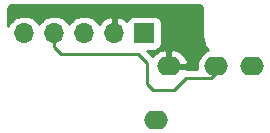
<source format=gbl>
G04 #@! TF.GenerationSoftware,KiCad,Pcbnew,5.1.2-f72e74a~84~ubuntu16.04.1*
G04 #@! TF.CreationDate,2019-05-05T12:52:43-04:00*
G04 #@! TF.ProjectId,hw_504_joystick_trrs_pcb,68775f35-3034-45f6-9a6f-79737469636b,1.0*
G04 #@! TF.SameCoordinates,Original*
G04 #@! TF.FileFunction,Copper,L2,Bot*
G04 #@! TF.FilePolarity,Positive*
%FSLAX46Y46*%
G04 Gerber Fmt 4.6, Leading zero omitted, Abs format (unit mm)*
G04 Created by KiCad (PCBNEW 5.1.2-f72e74a~84~ubuntu16.04.1) date 2019-05-05 12:52:43*
%MOMM*%
%LPD*%
G04 APERTURE LIST*
%ADD10O,1.700000X1.700000*%
%ADD11R,1.700000X1.700000*%
%ADD12O,2.000000X1.600000*%
%ADD13C,0.250000*%
%ADD14C,0.254000*%
G04 APERTURE END LIST*
D10*
X138176000Y-92202000D03*
X140716000Y-92202000D03*
X143256000Y-92202000D03*
X145796000Y-92202000D03*
D11*
X148336000Y-92202000D03*
D12*
X149330000Y-99590000D03*
X150430000Y-94990000D03*
X157430000Y-94990000D03*
X154430000Y-94990000D03*
D13*
X150430000Y-94550000D02*
X150430000Y-94990000D01*
X141291919Y-93980000D02*
X147828000Y-93980000D01*
X148590000Y-96520000D02*
X149098000Y-97028000D01*
X147828000Y-93980000D02*
X148590000Y-94742000D01*
X140716000Y-92202000D02*
X140716000Y-93404081D01*
X140716000Y-93404081D02*
X141291919Y-93980000D01*
X148590000Y-94742000D02*
X148590000Y-96520000D01*
X149098000Y-97028000D02*
X150876000Y-97028000D01*
X150876000Y-97028000D02*
X151892000Y-96012000D01*
X154430000Y-95607600D02*
X154430000Y-94990000D01*
X151892000Y-96012000D02*
X154025600Y-96012000D01*
X154025600Y-96012000D02*
X154430000Y-95607600D01*
D14*
G36*
X152976533Y-89823885D02*
G01*
X153042457Y-89843789D01*
X153103255Y-89876115D01*
X153156619Y-89919639D01*
X153200512Y-89972696D01*
X153233266Y-90033271D01*
X153253628Y-90099053D01*
X153264001Y-90197740D01*
X153264000Y-92488418D01*
X153266784Y-92516690D01*
X153266741Y-92522911D01*
X153267641Y-92532083D01*
X153288368Y-92729284D01*
X153300387Y-92787834D01*
X153311604Y-92846639D01*
X153314268Y-92855461D01*
X153372903Y-93044882D01*
X153396076Y-93100009D01*
X153418493Y-93155492D01*
X153422819Y-93163629D01*
X153517130Y-93338052D01*
X153550575Y-93387636D01*
X153583335Y-93437699D01*
X153589159Y-93444840D01*
X153715554Y-93597624D01*
X153753244Y-93635052D01*
X153678192Y-93657818D01*
X153428899Y-93791068D01*
X153210392Y-93970392D01*
X153031068Y-94188899D01*
X152897818Y-94438192D01*
X152815764Y-94708691D01*
X152788057Y-94990000D01*
X152813862Y-95252000D01*
X151974084Y-95252000D01*
X151899915Y-95117000D01*
X150557000Y-95117000D01*
X150557000Y-95137000D01*
X150303000Y-95137000D01*
X150303000Y-95117000D01*
X150283000Y-95117000D01*
X150283000Y-94863000D01*
X150303000Y-94863000D01*
X150303000Y-93710526D01*
X150557000Y-93710526D01*
X150557000Y-94863000D01*
X151899915Y-94863000D01*
X152021904Y-94640961D01*
X152011444Y-94583270D01*
X151905551Y-94321579D01*
X151750639Y-94085575D01*
X151552662Y-93884327D01*
X151319227Y-93725570D01*
X151059306Y-93615404D01*
X150782887Y-93558063D01*
X150557000Y-93710526D01*
X150303000Y-93710526D01*
X150077113Y-93558063D01*
X149800694Y-93615404D01*
X149540773Y-93725570D01*
X149307338Y-93884327D01*
X149109361Y-94085575D01*
X149069343Y-94146541D01*
X148612873Y-93690072D01*
X149186000Y-93690072D01*
X149310482Y-93677812D01*
X149430180Y-93641502D01*
X149540494Y-93582537D01*
X149637185Y-93503185D01*
X149716537Y-93406494D01*
X149775502Y-93296180D01*
X149811812Y-93176482D01*
X149824072Y-93052000D01*
X149824072Y-91352000D01*
X149811812Y-91227518D01*
X149775502Y-91107820D01*
X149716537Y-90997506D01*
X149637185Y-90900815D01*
X149540494Y-90821463D01*
X149430180Y-90762498D01*
X149310482Y-90726188D01*
X149186000Y-90713928D01*
X147486000Y-90713928D01*
X147361518Y-90726188D01*
X147241820Y-90762498D01*
X147131506Y-90821463D01*
X147034815Y-90900815D01*
X146955463Y-90997506D01*
X146896498Y-91107820D01*
X146872034Y-91188466D01*
X146796269Y-91104412D01*
X146562920Y-90930359D01*
X146300099Y-90805175D01*
X146152890Y-90760524D01*
X145923000Y-90881845D01*
X145923000Y-92075000D01*
X145943000Y-92075000D01*
X145943000Y-92329000D01*
X145923000Y-92329000D01*
X145923000Y-92349000D01*
X145669000Y-92349000D01*
X145669000Y-92329000D01*
X145649000Y-92329000D01*
X145649000Y-92075000D01*
X145669000Y-92075000D01*
X145669000Y-90881845D01*
X145439110Y-90760524D01*
X145291901Y-90805175D01*
X145029080Y-90930359D01*
X144795731Y-91104412D01*
X144600822Y-91320645D01*
X144531201Y-91437523D01*
X144496706Y-91372986D01*
X144311134Y-91146866D01*
X144085014Y-90961294D01*
X143827034Y-90823401D01*
X143547111Y-90738487D01*
X143328950Y-90717000D01*
X143183050Y-90717000D01*
X142964889Y-90738487D01*
X142684966Y-90823401D01*
X142426986Y-90961294D01*
X142200866Y-91146866D01*
X142015294Y-91372986D01*
X141986000Y-91427791D01*
X141956706Y-91372986D01*
X141771134Y-91146866D01*
X141545014Y-90961294D01*
X141287034Y-90823401D01*
X141007111Y-90738487D01*
X140788950Y-90717000D01*
X140643050Y-90717000D01*
X140424889Y-90738487D01*
X140144966Y-90823401D01*
X139886986Y-90961294D01*
X139660866Y-91146866D01*
X139475294Y-91372986D01*
X139446000Y-91427791D01*
X139416706Y-91372986D01*
X139231134Y-91146866D01*
X139005014Y-90961294D01*
X138747034Y-90823401D01*
X138467111Y-90738487D01*
X138248950Y-90717000D01*
X138103050Y-90717000D01*
X137884889Y-90738487D01*
X137604966Y-90823401D01*
X137346986Y-90961294D01*
X137120866Y-91146866D01*
X136935294Y-91372986D01*
X136804000Y-91618620D01*
X136804000Y-90202281D01*
X136813885Y-90101467D01*
X136833789Y-90035543D01*
X136866115Y-89974745D01*
X136909639Y-89921381D01*
X136962696Y-89877488D01*
X137023271Y-89844734D01*
X137089053Y-89824372D01*
X137187730Y-89814000D01*
X152875719Y-89814000D01*
X152976533Y-89823885D01*
X152976533Y-89823885D01*
G37*
X152976533Y-89823885D02*
X153042457Y-89843789D01*
X153103255Y-89876115D01*
X153156619Y-89919639D01*
X153200512Y-89972696D01*
X153233266Y-90033271D01*
X153253628Y-90099053D01*
X153264001Y-90197740D01*
X153264000Y-92488418D01*
X153266784Y-92516690D01*
X153266741Y-92522911D01*
X153267641Y-92532083D01*
X153288368Y-92729284D01*
X153300387Y-92787834D01*
X153311604Y-92846639D01*
X153314268Y-92855461D01*
X153372903Y-93044882D01*
X153396076Y-93100009D01*
X153418493Y-93155492D01*
X153422819Y-93163629D01*
X153517130Y-93338052D01*
X153550575Y-93387636D01*
X153583335Y-93437699D01*
X153589159Y-93444840D01*
X153715554Y-93597624D01*
X153753244Y-93635052D01*
X153678192Y-93657818D01*
X153428899Y-93791068D01*
X153210392Y-93970392D01*
X153031068Y-94188899D01*
X152897818Y-94438192D01*
X152815764Y-94708691D01*
X152788057Y-94990000D01*
X152813862Y-95252000D01*
X151974084Y-95252000D01*
X151899915Y-95117000D01*
X150557000Y-95117000D01*
X150557000Y-95137000D01*
X150303000Y-95137000D01*
X150303000Y-95117000D01*
X150283000Y-95117000D01*
X150283000Y-94863000D01*
X150303000Y-94863000D01*
X150303000Y-93710526D01*
X150557000Y-93710526D01*
X150557000Y-94863000D01*
X151899915Y-94863000D01*
X152021904Y-94640961D01*
X152011444Y-94583270D01*
X151905551Y-94321579D01*
X151750639Y-94085575D01*
X151552662Y-93884327D01*
X151319227Y-93725570D01*
X151059306Y-93615404D01*
X150782887Y-93558063D01*
X150557000Y-93710526D01*
X150303000Y-93710526D01*
X150077113Y-93558063D01*
X149800694Y-93615404D01*
X149540773Y-93725570D01*
X149307338Y-93884327D01*
X149109361Y-94085575D01*
X149069343Y-94146541D01*
X148612873Y-93690072D01*
X149186000Y-93690072D01*
X149310482Y-93677812D01*
X149430180Y-93641502D01*
X149540494Y-93582537D01*
X149637185Y-93503185D01*
X149716537Y-93406494D01*
X149775502Y-93296180D01*
X149811812Y-93176482D01*
X149824072Y-93052000D01*
X149824072Y-91352000D01*
X149811812Y-91227518D01*
X149775502Y-91107820D01*
X149716537Y-90997506D01*
X149637185Y-90900815D01*
X149540494Y-90821463D01*
X149430180Y-90762498D01*
X149310482Y-90726188D01*
X149186000Y-90713928D01*
X147486000Y-90713928D01*
X147361518Y-90726188D01*
X147241820Y-90762498D01*
X147131506Y-90821463D01*
X147034815Y-90900815D01*
X146955463Y-90997506D01*
X146896498Y-91107820D01*
X146872034Y-91188466D01*
X146796269Y-91104412D01*
X146562920Y-90930359D01*
X146300099Y-90805175D01*
X146152890Y-90760524D01*
X145923000Y-90881845D01*
X145923000Y-92075000D01*
X145943000Y-92075000D01*
X145943000Y-92329000D01*
X145923000Y-92329000D01*
X145923000Y-92349000D01*
X145669000Y-92349000D01*
X145669000Y-92329000D01*
X145649000Y-92329000D01*
X145649000Y-92075000D01*
X145669000Y-92075000D01*
X145669000Y-90881845D01*
X145439110Y-90760524D01*
X145291901Y-90805175D01*
X145029080Y-90930359D01*
X144795731Y-91104412D01*
X144600822Y-91320645D01*
X144531201Y-91437523D01*
X144496706Y-91372986D01*
X144311134Y-91146866D01*
X144085014Y-90961294D01*
X143827034Y-90823401D01*
X143547111Y-90738487D01*
X143328950Y-90717000D01*
X143183050Y-90717000D01*
X142964889Y-90738487D01*
X142684966Y-90823401D01*
X142426986Y-90961294D01*
X142200866Y-91146866D01*
X142015294Y-91372986D01*
X141986000Y-91427791D01*
X141956706Y-91372986D01*
X141771134Y-91146866D01*
X141545014Y-90961294D01*
X141287034Y-90823401D01*
X141007111Y-90738487D01*
X140788950Y-90717000D01*
X140643050Y-90717000D01*
X140424889Y-90738487D01*
X140144966Y-90823401D01*
X139886986Y-90961294D01*
X139660866Y-91146866D01*
X139475294Y-91372986D01*
X139446000Y-91427791D01*
X139416706Y-91372986D01*
X139231134Y-91146866D01*
X139005014Y-90961294D01*
X138747034Y-90823401D01*
X138467111Y-90738487D01*
X138248950Y-90717000D01*
X138103050Y-90717000D01*
X137884889Y-90738487D01*
X137604966Y-90823401D01*
X137346986Y-90961294D01*
X137120866Y-91146866D01*
X136935294Y-91372986D01*
X136804000Y-91618620D01*
X136804000Y-90202281D01*
X136813885Y-90101467D01*
X136833789Y-90035543D01*
X136866115Y-89974745D01*
X136909639Y-89921381D01*
X136962696Y-89877488D01*
X137023271Y-89844734D01*
X137089053Y-89824372D01*
X137187730Y-89814000D01*
X152875719Y-89814000D01*
X152976533Y-89823885D01*
M02*

</source>
